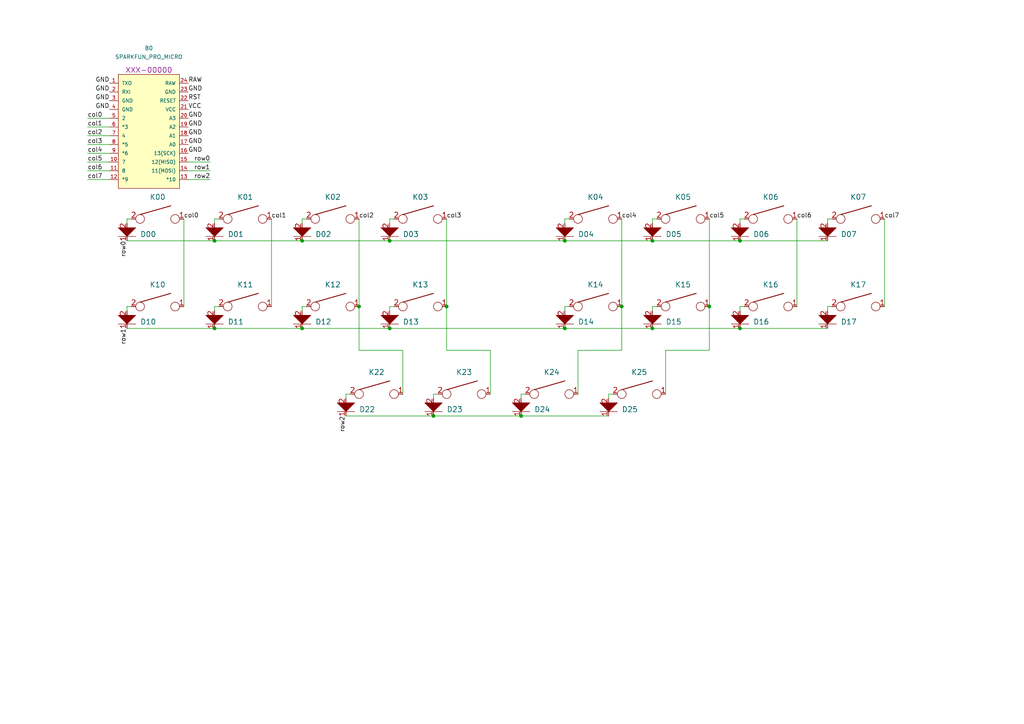
<source format=kicad_sch>
(kicad_sch (version 20211123) (generator eeschema)
  (paper "A4")
  (lib_symbols
    (symbol "SparkFun-Boards:SPARKFUN_PRO_MICRO" (pin_names (offset 1.016))
      (property "Reference" "B" (at -8.89 17.78 0))
      (property "Value" "SPARKFUN_PRO_MICRO" (at -8.89 -19.05 0))
      (property "Field4" "XXX-00000" (at 0 21.59 0))
      (symbol "SPARKFUN_PRO_MICRO_1_1"
        (polyline (pts (xy -8.89 16.51) (xy -8.89 -16.51) (xy 8.89 -16.51) (xy 8.89 16.51) (xy -8.89 16.51)) (fill (type background)))
        (pin bidirectional line (at -11.43 13.97 0) (length 2.54) (name "TXO") (number "1"))
        (pin bidirectional line (at -11.43 -8.89 0) (length 2.54) (name "7") (number "10"))
        (pin bidirectional line (at -11.43 -11.43 0) (length 2.54) (name "8") (number "11"))
        (pin bidirectional line (at -11.43 -13.97 0) (length 2.54) (name "*9") (number "12"))
        (pin bidirectional line (at 11.43 -13.97 180) (length 2.54) (name "*10") (number "13"))
        (pin bidirectional line (at 11.43 -11.43 180) (length 2.54) (name "11(MOSI)") (number "14"))
        (pin bidirectional line (at 11.43 -8.89 180) (length 2.54) (name "12(MISO)") (number "15"))
        (pin bidirectional line (at 11.43 -6.35 180) (length 2.54) (name "13(SCK)") (number "16"))
        (pin bidirectional line (at 11.43 -3.81 180) (length 2.54) (name "A0") (number "17"))
        (pin bidirectional line (at 11.43 -1.27 180) (length 2.54) (name "A1") (number "18"))
        (pin bidirectional line (at 11.43 1.27 180) (length 2.54) (name "A2") (number "19"))
        (pin bidirectional line (at -11.43 11.43 0) (length 2.54) (name "RXI") (number "2"))
        (pin bidirectional line (at 11.43 3.81 180) (length 2.54) (name "A3") (number "20"))
        (pin power_in line (at 11.43 6.35 180) (length 2.54) (name "VCC") (number "21"))
        (pin bidirectional line (at 11.43 8.89 180) (length 2.54) (name "RESET") (number "22"))
        (pin power_in line (at 11.43 11.43 180) (length 2.54) (name "GND") (number "23"))
        (pin power_in line (at 11.43 13.97 180) (length 2.54) (name "RAW") (number "24"))
        (pin power_in line (at -11.43 8.89 0) (length 2.54) (name "GND") (number "3"))
        (pin power_in line (at -11.43 6.35 0) (length 2.54) (name "GND") (number "4"))
        (pin bidirectional line (at -11.43 3.81 0) (length 2.54) (name "2") (number "5"))
        (pin bidirectional line (at -11.43 1.27 0) (length 2.54) (name "*3") (number "6"))
        (pin bidirectional line (at -11.43 -1.27 0) (length 2.54) (name "4") (number "7"))
        (pin bidirectional line (at -11.43 -3.81 0) (length 2.54) (name "*5") (number "8"))
        (pin bidirectional line (at -11.43 -6.35 0) (length 2.54) (name "*6") (number "9"))
      )
    )
    (symbol "keyboard_parts:D" (pin_names (offset 1.016))
      (property "Reference" "D" (at -3.81 -1.27 90))
      (symbol "D_0_1"
        (polyline (pts (xy -2.54 0) (xy 2.54 0)))
        (polyline (pts (xy 0 0) (xy -2.54 -2.54) (xy 2.54 -2.54) (xy 0 0)) (fill (type outline)))
      )
      (symbol "D_1_1"
        (pin passive line (at 0 1.27 270) (length 1.27) (name "~") (number "1"))
        (pin passive line (at 0 -3.81 90) (length 1.27) (name "~") (number "2"))
      )
    )
    (symbol "keyboard_parts:KEYSW" (pin_names (offset 1.016))
      (property "Reference" "K?" (at -1.27 0 0))
      (symbol "KEYSW_0_1"
        (circle (center -5.08 0) (radius 1.27))
        (polyline (pts (xy -5.08 1.27) (xy 3.81 3.81)) (stroke (width 0.254)))
        (circle (center 5.08 0) (radius 1.27))
      )
      (symbol "KEYSW_1_1"
        (pin passive line (at 7.62 0 180) (length 1.27) (name "~") (number "1"))
        (pin passive line (at -7.62 0 0) (length 1.27) (name "~") (number "2"))
      )
    )
  )
  (junction (at 205.74 88.9))
  (junction (at 104.14 88.9))
  (junction (at 163.83 69.85))
  (junction (at 125.73 120.65))
  (junction (at 129.54 88.9))
  (junction (at 163.83 95.25))
  (junction (at 87.63 69.85))
  (junction (at 214.63 69.85))
  (junction (at 189.23 69.85))
  (junction (at 62.23 69.85))
  (junction (at 189.23 95.25))
  (junction (at 113.03 69.85))
  (junction (at 87.63 95.25))
  (junction (at 113.03 95.25))
  (junction (at 180.34 88.9))
  (junction (at 62.23 95.25))
  (junction (at 214.63 95.25))
  (junction (at 151.13 120.65))
  (wire (pts (xy 113.03 63.5) (xy 113.03 64.77)))
  (wire (pts (xy 151.13 120.65) (xy 176.53 120.65)))
  (wire (pts (xy 189.23 95.25) (xy 214.63 95.25)))
  (wire (pts (xy 190.5 63.5) (xy 189.23 63.5)))
  (wire (pts (xy 165.1 88.9) (xy 163.83 88.9)))
  (wire (pts (xy 113.03 69.85) (xy 163.83 69.85)))
  (wire (pts (xy 87.63 63.5) (xy 87.63 64.77)))
  (wire (pts (xy 116.84 101.6) (xy 116.84 114.3)))
  (wire (pts (xy 36.83 69.85) (xy 62.23 69.85)))
  (wire (pts (xy 231.14 63.5) (xy 231.14 88.9)))
  (wire (pts (xy 215.9 88.9) (xy 214.63 88.9)))
  (wire (pts (xy 205.74 63.5) (xy 205.74 88.9)))
  (wire (pts (xy 62.23 69.85) (xy 87.63 69.85)))
  (wire (pts (xy 205.74 88.9) (xy 205.74 101.6)))
  (wire (pts (xy 38.1 88.9) (xy 36.83 88.9)))
  (wire (pts (xy 214.63 88.9) (xy 214.63 90.17)))
  (wire (pts (xy 88.9 88.9) (xy 87.63 88.9)))
  (wire (pts (xy 163.83 69.85) (xy 189.23 69.85)))
  (wire (pts (xy 240.03 88.9) (xy 240.03 90.17)))
  (wire (pts (xy 176.53 114.3) (xy 176.53 115.57)))
  (wire (pts (xy 87.63 95.25) (xy 113.03 95.25)))
  (wire (pts (xy 54.61 52.07) (xy 60.96 52.07)))
  (wire (pts (xy 193.04 101.6) (xy 193.04 114.3)))
  (wire (pts (xy 241.3 63.5) (xy 240.03 63.5)))
  (wire (pts (xy 180.34 88.9) (xy 180.34 101.6)))
  (wire (pts (xy 25.4 46.99) (xy 31.75 46.99)))
  (wire (pts (xy 189.23 88.9) (xy 189.23 90.17)))
  (wire (pts (xy 215.9 63.5) (xy 214.63 63.5)))
  (wire (pts (xy 151.13 114.3) (xy 151.13 115.57)))
  (wire (pts (xy 163.83 95.25) (xy 189.23 95.25)))
  (wire (pts (xy 25.4 36.83) (xy 31.75 36.83)))
  (wire (pts (xy 205.74 101.6) (xy 193.04 101.6)))
  (wire (pts (xy 87.63 88.9) (xy 87.63 90.17)))
  (wire (pts (xy 129.54 63.5) (xy 129.54 88.9)))
  (wire (pts (xy 25.4 39.37) (xy 31.75 39.37)))
  (wire (pts (xy 36.83 88.9) (xy 36.83 90.17)))
  (wire (pts (xy 36.83 95.25) (xy 62.23 95.25)))
  (wire (pts (xy 54.61 49.53) (xy 60.96 49.53)))
  (wire (pts (xy 190.5 88.9) (xy 189.23 88.9)))
  (wire (pts (xy 180.34 63.5) (xy 180.34 88.9)))
  (wire (pts (xy 100.33 120.65) (xy 125.73 120.65)))
  (wire (pts (xy 152.4 114.3) (xy 151.13 114.3)))
  (wire (pts (xy 63.5 63.5) (xy 62.23 63.5)))
  (wire (pts (xy 114.3 63.5) (xy 113.03 63.5)))
  (wire (pts (xy 54.61 46.99) (xy 60.96 46.99)))
  (wire (pts (xy 125.73 114.3) (xy 125.73 115.57)))
  (wire (pts (xy 113.03 95.25) (xy 163.83 95.25)))
  (wire (pts (xy 25.4 49.53) (xy 31.75 49.53)))
  (wire (pts (xy 78.74 63.5) (xy 78.74 88.9)))
  (wire (pts (xy 256.54 63.5) (xy 256.54 88.9)))
  (wire (pts (xy 104.14 88.9) (xy 104.14 101.6)))
  (wire (pts (xy 62.23 95.25) (xy 87.63 95.25)))
  (wire (pts (xy 189.23 63.5) (xy 189.23 64.77)))
  (wire (pts (xy 214.63 63.5) (xy 214.63 64.77)))
  (wire (pts (xy 25.4 41.91) (xy 31.75 41.91)))
  (wire (pts (xy 25.4 34.29) (xy 31.75 34.29)))
  (wire (pts (xy 100.33 114.3) (xy 100.33 115.57)))
  (wire (pts (xy 189.23 69.85) (xy 214.63 69.85)))
  (wire (pts (xy 25.4 44.45) (xy 31.75 44.45)))
  (wire (pts (xy 180.34 101.6) (xy 167.64 101.6)))
  (wire (pts (xy 167.64 101.6) (xy 167.64 114.3)))
  (wire (pts (xy 87.63 69.85) (xy 113.03 69.85)))
  (wire (pts (xy 127 114.3) (xy 125.73 114.3)))
  (wire (pts (xy 101.6 114.3) (xy 100.33 114.3)))
  (wire (pts (xy 63.5 88.9) (xy 62.23 88.9)))
  (wire (pts (xy 113.03 88.9) (xy 113.03 90.17)))
  (wire (pts (xy 241.3 88.9) (xy 240.03 88.9)))
  (wire (pts (xy 125.73 120.65) (xy 151.13 120.65)))
  (wire (pts (xy 165.1 63.5) (xy 163.83 63.5)))
  (wire (pts (xy 36.83 63.5) (xy 36.83 64.77)))
  (wire (pts (xy 177.8 114.3) (xy 176.53 114.3)))
  (wire (pts (xy 142.24 101.6) (xy 142.24 114.3)))
  (wire (pts (xy 62.23 63.5) (xy 62.23 64.77)))
  (wire (pts (xy 88.9 63.5) (xy 87.63 63.5)))
  (wire (pts (xy 62.23 88.9) (xy 62.23 90.17)))
  (wire (pts (xy 114.3 88.9) (xy 113.03 88.9)))
  (wire (pts (xy 163.83 63.5) (xy 163.83 64.77)))
  (wire (pts (xy 129.54 88.9) (xy 129.54 101.6)))
  (wire (pts (xy 240.03 63.5) (xy 240.03 64.77)))
  (wire (pts (xy 214.63 95.25) (xy 240.03 95.25)))
  (wire (pts (xy 214.63 69.85) (xy 240.03 69.85)))
  (wire (pts (xy 104.14 63.5) (xy 104.14 88.9)))
  (wire (pts (xy 163.83 88.9) (xy 163.83 90.17)))
  (wire (pts (xy 38.1 63.5) (xy 36.83 63.5)))
  (wire (pts (xy 129.54 101.6) (xy 142.24 101.6)))
  (wire (pts (xy 25.4 52.07) (xy 31.75 52.07)))
  (wire (pts (xy 53.34 63.5) (xy 53.34 88.9)))
  (wire (pts (xy 104.14 101.6) (xy 116.84 101.6)))
  (label "GND" (at 54.61 39.37 0))
  (label "col0" (at 25.4 34.29 0))
  (label "GND" (at 31.75 26.67 180))
  (label "GND" (at 31.75 24.13 180))
  (label "col2" (at 25.4 39.37 0))
  (label "col4" (at 25.4 44.45 0))
  (label "row1" (at 60.96 49.53 180))
  (label "RST" (at 54.61 29.21 0))
  (label "col0" (at 53.34 63.5 0))
  (label "GND" (at 54.61 26.67 0))
  (label "row2" (at 100.33 120.65 270))
  (label "col4" (at 180.34 63.5 0))
  (label "GND" (at 31.75 29.21 180))
  (label "row1" (at 36.83 95.25 270))
  (label "GND" (at 54.61 44.45 0))
  (label "GND" (at 54.61 36.83 0))
  (label "col3" (at 25.4 41.91 0))
  (label "col7" (at 256.54 63.5 0))
  (label "GND" (at 54.61 41.91 0))
  (label "row0" (at 60.96 46.99 180))
  (label "col3" (at 129.54 63.5 0))
  (label "col6" (at 231.14 63.5 0))
  (label "GND" (at 31.75 31.75 180))
  (label "col2" (at 104.14 63.5 0))
  (label "col1" (at 25.4 36.83 0))
  (label "col7" (at 25.4 52.07 0))
  (label "col5" (at 205.74 63.5 0))
  (label "row2" (at 60.96 52.07 180))
  (label "VCC" (at 54.61 31.75 0))
  (label "col6" (at 25.4 49.53 0))
  (label "row0" (at 36.83 69.85 270))
  (label "GND" (at 54.61 34.29 0))
  (label "RAW" (at 54.61 24.13 0))
  (label "col1" (at 78.74 63.5 0))
  (label "col5" (at 25.4 46.99 0))
  (symbol (lib_id "keyboard_parts:KEYSW") (at 121.92 63.5 0) (unit 1)
    (property "Reference" "K03" (at 121.92 57.15 0) (effects (font (size 1.524 1.524))))
    (property "Value" "KEYSW" (effects hide))
    (property "Footprint" "Switch_Keyboard_Cherry_MX:SW_Cherry_MX_PCB_1.00u" (effects hide))
  )
  (symbol (lib_id "keyboard_parts:D") (at 36.83 93.98 180) (unit 1)
    (property "Reference" "D10" (at 40.64 93.345 0) (effects (font (size 1.524 1.524)) (justify right)))
    (property "Value" "D" (effects hide))
    (property "Footprint" "keyboard_parts:D_SOD123_axial" (effects hide))
  )
  (symbol (lib_id "keyboard_parts:D") (at 113.03 93.98 180) (unit 1)
    (property "Reference" "D13" (at 116.84 93.345 0) (effects (font (size 1.524 1.524)) (justify right)))
    (property "Value" "D" (effects hide))
    (property "Footprint" "keyboard_parts:D_SOD123_axial" (effects hide))
  )
  (symbol (lib_id "keyboard_parts:D") (at 151.13 119.38 180) (unit 1)
    (property "Reference" "D24" (at 154.94 118.745 0) (effects (font (size 1.524 1.524)) (justify right)))
    (property "Value" "D" (effects hide))
    (property "Footprint" "keyboard_parts:D_SOD123_axial" (effects hide))
  )
  (symbol (lib_id "keyboard_parts:D") (at 163.83 93.98 180) (unit 1)
    (property "Reference" "D14" (at 167.64 93.345 0) (effects (font (size 1.524 1.524)) (justify right)))
    (property "Value" "D" (effects hide))
    (property "Footprint" "keyboard_parts:D_SOD123_axial" (effects hide))
  )
  (symbol (lib_id "keyboard_parts:KEYSW") (at 248.92 63.5 0) (unit 1)
    (property "Reference" "K07" (at 248.92 57.15 0) (effects (font (size 1.524 1.524))))
    (property "Value" "KEYSW" (effects hide))
    (property "Footprint" "Switch_Keyboard_Cherry_MX:SW_Cherry_MX_PCB_1.00u" (effects hide))
  )
  (symbol (lib_id "keyboard_parts:KEYSW") (at 172.72 88.9 0) (unit 1)
    (property "Reference" "K14" (at 172.72 82.55 0) (effects (font (size 1.524 1.524))))
    (property "Value" "KEYSW" (effects hide))
    (property "Footprint" "Switch_Keyboard_Cherry_MX:SW_Cherry_MX_PCB_1.00u" (effects hide))
  )
  (symbol (lib_id "keyboard_parts:D") (at 87.63 93.98 180) (unit 1)
    (property "Reference" "D12" (at 91.44 93.345 0) (effects (font (size 1.524 1.524)) (justify right)))
    (property "Value" "D" (effects hide))
    (property "Footprint" "keyboard_parts:D_SOD123_axial" (effects hide))
  )
  (symbol (lib_id "keyboard_parts:D") (at 240.03 93.98 180) (unit 1)
    (property "Reference" "D17" (at 243.84 93.345 0) (effects (font (size 1.524 1.524)) (justify right)))
    (property "Value" "D" (effects hide))
    (property "Footprint" "keyboard_parts:D_SOD123_axial" (effects hide))
  )
  (symbol (lib_id "keyboard_parts:KEYSW") (at 121.92 88.9 0) (unit 1)
    (property "Reference" "K13" (at 121.92 82.55 0) (effects (font (size 1.524 1.524))))
    (property "Value" "KEYSW" (effects hide))
    (property "Footprint" "Switch_Keyboard_Cherry_MX:SW_Cherry_MX_PCB_1.00u" (effects hide))
  )
  (symbol (lib_id "keyboard_parts:KEYSW") (at 45.72 63.5 0) (unit 1)
    (property "Reference" "K00" (at 45.72 57.15 0) (effects (font (size 1.524 1.524))))
    (property "Value" "KEYSW" (effects hide))
    (property "Footprint" "Switch_Keyboard_Cherry_MX:SW_Cherry_MX_PCB_1.00u" (effects hide))
  )
  (symbol (lib_id "keyboard_parts:KEYSW") (at 198.12 63.5 0) (unit 1)
    (property "Reference" "K05" (at 198.12 57.15 0) (effects (font (size 1.524 1.524))))
    (property "Value" "KEYSW" (effects hide))
    (property "Footprint" "Switch_Keyboard_Cherry_MX:SW_Cherry_MX_PCB_1.00u" (effects hide))
  )
  (symbol (lib_id "keyboard_parts:D") (at 36.83 68.58 180) (unit 1)
    (property "Reference" "D00" (at 40.64 67.945 0) (effects (font (size 1.524 1.524)) (justify right)))
    (property "Value" "D" (effects hide))
    (property "Footprint" "keyboard_parts:D_SOD123_axial" (effects hide))
  )
  (symbol (lib_id "keyboard_parts:KEYSW") (at 96.52 63.5 0) (unit 1)
    (property "Reference" "K02" (at 96.52 57.15 0) (effects (font (size 1.524 1.524))))
    (property "Value" "KEYSW" (effects hide))
    (property "Footprint" "Switch_Keyboard_Cherry_MX:SW_Cherry_MX_PCB_1.00u" (effects hide))
  )
  (symbol (lib_id "SparkFun-Boards:SPARKFUN_PRO_MICRO") (at 43.18 38.1 0) (unit 1)
    (property "Reference" "B0" (at 43.18 13.97 0) (effects (font (size 1.143 1.143))))
    (property "Value" "SPARKFUN_PRO_MICRO" (at 43.18 16.51 0) (effects (font (size 1.143 1.143))))
    (property "Footprint" "Boards:SPARKFUN_PRO_MICRO" (effects hide))
    (property "Field4" "XXX-00000" (at 43.18 20.32 0) (effects (font (size 1.524 1.524))))
  )
  (symbol (lib_id "keyboard_parts:KEYSW") (at 198.12 88.9 0) (unit 1)
    (property "Reference" "K15" (at 198.12 82.55 0) (effects (font (size 1.524 1.524))))
    (property "Value" "KEYSW" (effects hide))
    (property "Footprint" "Switch_Keyboard_Cherry_MX:SW_Cherry_MX_PCB_1.00u" (effects hide))
  )
  (symbol (lib_id "keyboard_parts:D") (at 113.03 68.58 180) (unit 1)
    (property "Reference" "D03" (at 116.84 67.945 0) (effects (font (size 1.524 1.524)) (justify right)))
    (property "Value" "D" (effects hide))
    (property "Footprint" "keyboard_parts:D_SOD123_axial" (effects hide))
  )
  (symbol (lib_id "keyboard_parts:KEYSW") (at 223.52 88.9 0) (unit 1)
    (property "Reference" "K16" (at 223.52 82.55 0) (effects (font (size 1.524 1.524))))
    (property "Value" "KEYSW" (effects hide))
    (property "Footprint" "Switch_Keyboard_Cherry_MX:SW_Cherry_MX_PCB_1.00u" (effects hide))
  )
  (symbol (lib_id "keyboard_parts:D") (at 189.23 93.98 180) (unit 1)
    (property "Reference" "D15" (at 193.04 93.345 0) (effects (font (size 1.524 1.524)) (justify right)))
    (property "Value" "D" (effects hide))
    (property "Footprint" "keyboard_parts:D_SOD123_axial" (effects hide))
  )
  (symbol (lib_id "keyboard_parts:KEYSW") (at 71.12 63.5 0) (unit 1)
    (property "Reference" "K01" (at 71.12 57.15 0) (effects (font (size 1.524 1.524))))
    (property "Value" "KEYSW" (effects hide))
    (property "Footprint" "Switch_Keyboard_Cherry_MX:SW_Cherry_MX_PCB_1.00u" (effects hide))
  )
  (symbol (lib_id "keyboard_parts:D") (at 87.63 68.58 180) (unit 1)
    (property "Reference" "D02" (at 91.44 67.945 0) (effects (font (size 1.524 1.524)) (justify right)))
    (property "Value" "D" (effects hide))
    (property "Footprint" "keyboard_parts:D_SOD123_axial" (effects hide))
  )
  (symbol (lib_id "keyboard_parts:D") (at 163.83 68.58 180) (unit 1)
    (property "Reference" "D04" (at 167.64 67.945 0) (effects (font (size 1.524 1.524)) (justify right)))
    (property "Value" "D" (effects hide))
    (property "Footprint" "keyboard_parts:D_SOD123_axial" (effects hide))
  )
  (symbol (lib_id "keyboard_parts:D") (at 100.33 119.38 180) (unit 1)
    (property "Reference" "D22" (at 104.14 118.745 0) (effects (font (size 1.524 1.524)) (justify right)))
    (property "Value" "D" (effects hide))
    (property "Footprint" "keyboard_parts:D_SOD123_axial" (effects hide))
  )
  (symbol (lib_id "keyboard_parts:D") (at 125.73 119.38 180) (unit 1)
    (property "Reference" "D23" (at 129.54 118.745 0) (effects (font (size 1.524 1.524)) (justify right)))
    (property "Value" "D" (effects hide))
    (property "Footprint" "keyboard_parts:D_SOD123_axial" (effects hide))
  )
  (symbol (lib_id "keyboard_parts:KEYSW") (at 185.42 114.3 0) (unit 1)
    (property "Reference" "K25" (at 185.42 107.95 0) (effects (font (size 1.524 1.524))))
    (property "Value" "KEYSW" (effects hide))
    (property "Footprint" "Switch_Keyboard_Cherry_MX:SW_Cherry_MX_PCB_1.25u" (effects hide))
  )
  (symbol (lib_id "keyboard_parts:D") (at 176.53 119.38 180) (unit 1)
    (property "Reference" "D25" (at 180.34 118.745 0) (effects (font (size 1.524 1.524)) (justify right)))
    (property "Value" "D" (effects hide))
    (property "Footprint" "keyboard_parts:D_SOD123_axial" (effects hide))
  )
  (symbol (lib_id "keyboard_parts:D") (at 214.63 93.98 180) (unit 1)
    (property "Reference" "D16" (at 218.44 93.345 0) (effects (font (size 1.524 1.524)) (justify right)))
    (property "Value" "D" (effects hide))
    (property "Footprint" "keyboard_parts:D_SOD123_axial" (effects hide))
  )
  (symbol (lib_id "keyboard_parts:KEYSW") (at 223.52 63.5 0) (unit 1)
    (property "Reference" "K06" (at 223.52 57.15 0) (effects (font (size 1.524 1.524))))
    (property "Value" "KEYSW" (effects hide))
    (property "Footprint" "Switch_Keyboard_Cherry_MX:SW_Cherry_MX_PCB_1.00u" (effects hide))
  )
  (symbol (lib_id "keyboard_parts:KEYSW") (at 71.12 88.9 0) (unit 1)
    (property "Reference" "K11" (at 71.12 82.55 0) (effects (font (size 1.524 1.524))))
    (property "Value" "KEYSW" (effects hide))
    (property "Footprint" "Switch_Keyboard_Cherry_MX:SW_Cherry_MX_PCB_1.00u" (effects hide))
  )
  (symbol (lib_id "keyboard_parts:D") (at 189.23 68.58 180) (unit 1)
    (property "Reference" "D05" (at 193.04 67.945 0) (effects (font (size 1.524 1.524)) (justify right)))
    (property "Value" "D" (effects hide))
    (property "Footprint" "keyboard_parts:D_SOD123_axial" (effects hide))
  )
  (symbol (lib_id "keyboard_parts:KEYSW") (at 172.72 63.5 0) (unit 1)
    (property "Reference" "K04" (at 172.72 57.15 0) (effects (font (size 1.524 1.524))))
    (property "Value" "KEYSW" (effects hide))
    (property "Footprint" "Switch_Keyboard_Cherry_MX:SW_Cherry_MX_PCB_1.00u" (effects hide))
  )
  (symbol (lib_id "keyboard_parts:KEYSW") (at 109.22 114.3 0) (unit 1)
    (property "Reference" "K22" (at 109.22 107.95 0) (effects (font (size 1.524 1.524))))
    (property "Value" "KEYSW" (effects hide))
    (property "Footprint" "Switch_Keyboard_Cherry_MX:SW_Cherry_MX_PCB_1.25u" (effects hide))
  )
  (symbol (lib_id "keyboard_parts:KEYSW") (at 248.92 88.9 0) (unit 1)
    (property "Reference" "K17" (at 248.92 82.55 0) (effects (font (size 1.524 1.524))))
    (property "Value" "KEYSW" (effects hide))
    (property "Footprint" "Switch_Keyboard_Cherry_MX:SW_Cherry_MX_PCB_1.00u" (effects hide))
  )
  (symbol (lib_id "keyboard_parts:D") (at 214.63 68.58 180) (unit 1)
    (property "Reference" "D06" (at 218.44 67.945 0) (effects (font (size 1.524 1.524)) (justify right)))
    (property "Value" "D" (effects hide))
    (property "Footprint" "keyboard_parts:D_SOD123_axial" (effects hide))
  )
  (symbol (lib_id "keyboard_parts:KEYSW") (at 45.72 88.9 0) (unit 1)
    (property "Reference" "K10" (at 45.72 82.55 0) (effects (font (size 1.524 1.524))))
    (property "Value" "KEYSW" (effects hide))
    (property "Footprint" "Switch_Keyboard_Cherry_MX:SW_Cherry_MX_PCB_1.00u" (effects hide))
  )
  (symbol (lib_id "keyboard_parts:KEYSW") (at 96.52 88.9 0) (unit 1)
    (property "Reference" "K12" (at 96.52 82.55 0) (effects (font (size 1.524 1.524))))
    (property "Value" "KEYSW" (effects hide))
    (property "Footprint" "Switch_Keyboard_Cherry_MX:SW_Cherry_MX_PCB_1.00u" (effects hide))
  )
  (symbol (lib_id "keyboard_parts:D") (at 240.03 68.58 180) (unit 1)
    (property "Reference" "D07" (at 243.84 67.945 0) (effects (font (size 1.524 1.524)) (justify right)))
    (property "Value" "D" (effects hide))
    (property "Footprint" "keyboard_parts:D_SOD123_axial" (effects hide))
  )
  (symbol (lib_id "keyboard_parts:D") (at 62.23 93.98 180) (unit 1)
    (property "Reference" "D11" (at 66.04 93.345 0) (effects (font (size 1.524 1.524)) (justify right)))
    (property "Value" "D" (effects hide))
    (property "Footprint" "keyboard_parts:D_SOD123_axial" (effects hide))
  )
  (symbol (lib_id "keyboard_parts:KEYSW") (at 134.62 114.3 0) (unit 1)
    (property "Reference" "K23" (at 134.62 107.95 0) (effects (font (size 1.524 1.524))))
    (property "Value" "KEYSW" (effects hide))
    (property "Footprint" "Switch_Keyboard_Cherry_MX:SW_Cherry_MX_PCB_1.25u" (effects hide))
  )
  (symbol (lib_id "keyboard_parts:D") (at 62.23 68.58 180) (unit 1)
    (property "Reference" "D01" (at 66.04 67.945 0) (effects (font (size 1.524 1.524)) (justify right)))
    (property "Value" "D" (effects hide))
    (property "Footprint" "keyboard_parts:D_SOD123_axial" (effects hide))
  )
  (symbol (lib_id "keyboard_parts:KEYSW") (at 160.02 114.3 0) (unit 1)
    (property "Reference" "K24" (at 160.02 107.95 0) (effects (font (size 1.524 1.524))))
    (property "Value" "KEYSW" (effects hide))
    (property "Footprint" "Switch_Keyboard_Cherry_MX:SW_Cherry_MX_PCB_1.25u" (effects hide))
  )
)
</source>
